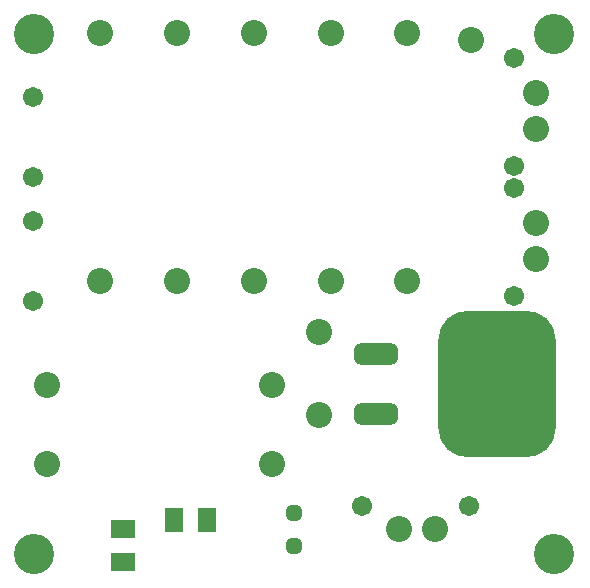
<source format=gts>
G04*
G04 #@! TF.GenerationSoftware,Altium Limited,Altium Designer,22.11.1 (43)*
G04*
G04 Layer_Color=8388736*
%FSLAX44Y44*%
%MOMM*%
G71*
G04*
G04 #@! TF.SameCoordinates,647DE173-6EC2-479C-8ABE-F2EAD9736DF7*
G04*
G04*
G04 #@! TF.FilePolarity,Negative*
G04*
G01*
G75*
G04:AMPARAMS|DCode=20|XSize=1.8032mm|YSize=3.7032mm|CornerRadius=0.5016mm|HoleSize=0mm|Usage=FLASHONLY|Rotation=270.000|XOffset=0mm|YOffset=0mm|HoleType=Round|Shape=RoundedRectangle|*
%AMROUNDEDRECTD20*
21,1,1.8032,2.7000,0,0,270.0*
21,1,0.8000,3.7032,0,0,270.0*
1,1,1.0032,-1.3500,-0.4000*
1,1,1.0032,-1.3500,0.4000*
1,1,1.0032,1.3500,0.4000*
1,1,1.0032,1.3500,-0.4000*
%
%ADD20ROUNDEDRECTD20*%
G04:AMPARAMS|DCode=21|XSize=12.4032mm|YSize=9.9532mm|CornerRadius=2.5391mm|HoleSize=0mm|Usage=FLASHONLY|Rotation=270.000|XOffset=0mm|YOffset=0mm|HoleType=Round|Shape=RoundedRectangle|*
%AMROUNDEDRECTD21*
21,1,12.4032,4.8750,0,0,270.0*
21,1,7.3250,9.9532,0,0,270.0*
1,1,5.0782,-2.4375,-3.6625*
1,1,5.0782,-2.4375,3.6625*
1,1,5.0782,2.4375,3.6625*
1,1,5.0782,2.4375,-3.6625*
%
%ADD21ROUNDEDRECTD21*%
%ADD22C,2.2032*%
%ADD23R,2.1532X1.6032*%
%ADD24R,1.6032X2.1532*%
G04:AMPARAMS|DCode=25|XSize=1.3032mm|YSize=1.3032mm|CornerRadius=0.3766mm|HoleSize=0mm|Usage=FLASHONLY|Rotation=270.000|XOffset=0mm|YOffset=0mm|HoleType=Round|Shape=RoundedRectangle|*
%AMROUNDEDRECTD25*
21,1,1.3032,0.5500,0,0,270.0*
21,1,0.5500,1.3032,0,0,270.0*
1,1,0.7532,-0.2750,-0.2750*
1,1,0.7532,-0.2750,0.2750*
1,1,0.7532,0.2750,0.2750*
1,1,0.7532,0.2750,-0.2750*
%
%ADD25ROUNDEDRECTD25*%
%ADD26C,1.7032*%
%ADD27C,3.4032*%
D20*
X319250Y199400D02*
D03*
Y148600D02*
D03*
D21*
X422000Y174000D02*
D03*
D22*
X271000Y218000D02*
D03*
Y148000D02*
D03*
X400000Y465000D02*
D03*
X231000Y173000D02*
D03*
X41000D02*
D03*
X346000Y471000D02*
D03*
Y261000D02*
D03*
X455000Y390000D02*
D03*
Y420000D02*
D03*
Y280000D02*
D03*
Y310000D02*
D03*
X339000Y51157D02*
D03*
X369000D02*
D03*
X41000Y106000D02*
D03*
X231000D02*
D03*
X281000Y471000D02*
D03*
Y261000D02*
D03*
X151000D02*
D03*
Y471000D02*
D03*
X216000Y261000D02*
D03*
Y471000D02*
D03*
X86000Y261000D02*
D03*
Y471000D02*
D03*
D23*
X105000Y23000D02*
D03*
Y51000D02*
D03*
D24*
X148000Y59000D02*
D03*
X176000D02*
D03*
D25*
X250000Y37030D02*
D03*
Y64970D02*
D03*
D26*
X29000Y312000D02*
D03*
Y244000D02*
D03*
Y417000D02*
D03*
Y349000D02*
D03*
X436000Y358500D02*
D03*
X436000Y449500D02*
D03*
X436000Y248500D02*
D03*
X436000Y339500D02*
D03*
X307500Y70158D02*
D03*
X398500Y70157D02*
D03*
D27*
X30000Y30000D02*
D03*
Y470000D02*
D03*
X470000D02*
D03*
Y30000D02*
D03*
M02*

</source>
